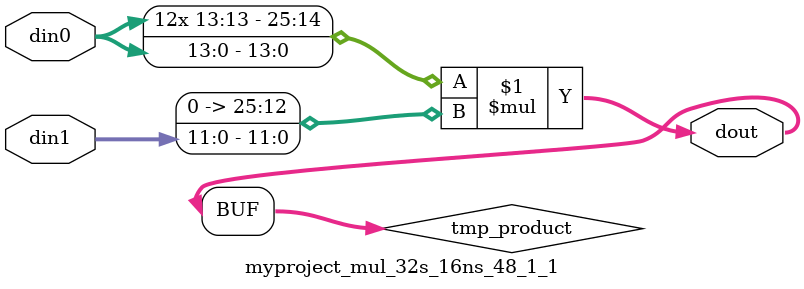
<source format=v>

`timescale 1 ns / 1 ps

  module myproject_mul_32s_16ns_48_1_1(din0, din1, dout);
parameter ID = 1;
parameter NUM_STAGE = 0;
parameter din0_WIDTH = 14;
parameter din1_WIDTH = 12;
parameter dout_WIDTH = 26;

input [din0_WIDTH - 1 : 0] din0; 
input [din1_WIDTH - 1 : 0] din1; 
output [dout_WIDTH - 1 : 0] dout;

wire signed [dout_WIDTH - 1 : 0] tmp_product;












assign tmp_product = $signed(din0) * $signed({1'b0, din1});









assign dout = tmp_product;







endmodule

</source>
